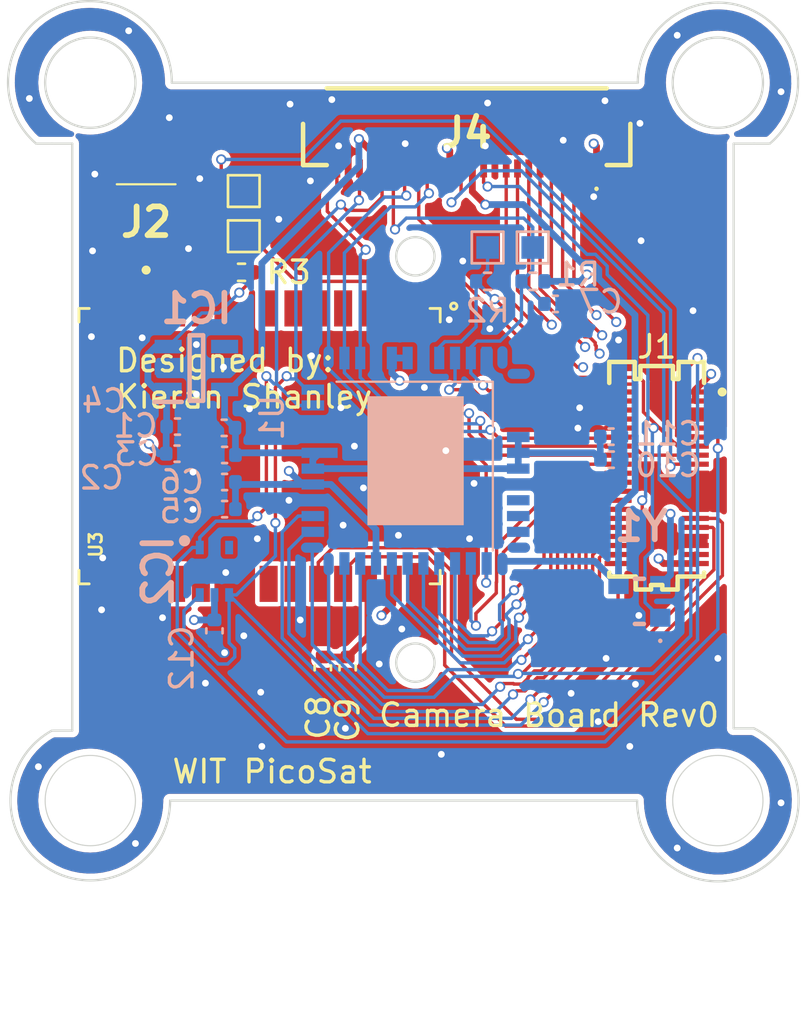
<source format=kicad_pcb>
(kicad_pcb (version 20221018) (generator pcbnew)
  (layers (0 "F.Cu" signal) (1 "In1.Cu" signal) (2 "In2.Cu" signal) (31 "B.Cu" signal) (34 "B.Paste" user) (35 "F.Paste" user) (36 "B.SilkS" user "B.Silkscreen") (37 "F.SilkS" user "F.Silkscreen") (38 "B.Mask" user) (39 "F.Mask" user) (44 "Edge.Cuts" user))
  (net 0 "")
  (net 1 "+3.3V")
  (net 2 "GND")
  (net 3 "+2V8")
  (net 4 "+1V8")
  (net 5 "RESET")
  (net 6 "STANDBY")
  (net 8 "TRIGGER")
  (net 9 "PXCLK")
  (net 10 "SCL")
  (net 11 "SDA")
  (net 12 "VSYNC")
  (net 13 "HSYNC")
  (net 14 "CAM2_SHUTDOWN")
  (net 15 "STROBE")
  (net 16 "GPS_RST")
  (net 17 "DOUT0")
  (net 18 "DOUT1")
  (net 20 "DOUT2")
  (net 21 "DOUT3")
  (net 22 "DOUT4")
  (net 23 "DOUT5")
  (net 24 "DOUT6")
  (net 26 "DOUT7")
  (net 27 "DOUT8")
  (net 28 "DOUT9")
  (net 29 "DOUT10")
  (net 30 "DOUT11")
  (net 31 "EXTCLK")
  (net 32 "UART2_RX")
  (net 33 "UART2_TX")
  (net 34 "Net-(U3-BOOT_SEL)")
  (net 36 "STQ-PPS")
  (net 38 "GPS_RF")
  (footprint "10051922-2410ELF:100519222410ELF" (layer "F.Cu") (at 47.675 84.95 180)
    (fp_text reference "J4")
    (fp_text value "10051922-2410ELF" hide)
  )
  (footprint "TestPoint:TestPoint_Pad_1.0x1.0mm" (layer "F.Cu") (at 37.8 89.8)
    (fp_text reference "TP1" hide)
    (fp_text value "GPS RST")
  )
  (footprint "Capacitor_SMD:C_0402_1005Metric" (layer "F.Cu") (at 42.4 108.92 -90)
    (fp_text reference "C9")
    (fp_text value "1uF")
  )
  (footprint "Venus838FLPx:U-SkyTraq-ORION-B16" (layer "F.Cu") (at 38.5 99.1 90)
    (fp_text reference "U3")
    (fp_text value "ORION-B16")
  )
  (footprint "Capacitor_SMD:C_0402_1005Metric" (layer "F.Cu") (at 41.3 108.92 -90)
    (fp_text reference "C8")
    (fp_text value "100nF")
  )
  (footprint "Resistor_SMD:R_0402_1005Metric" (layer "F.Cu") (at 37.7 91.4 180)
    (fp_text reference "R3")
    (fp_text value "10k")
  )
  (footprint "2337019-1:23370191" (layer "F.Cu") (at 33.475 88.8)
    (fp_text reference "J2")
    (fp_text value "2337019-1" hide)
  )
  (footprint "ST4-20-1.50-L-D-P-TR:SAMTEC_ST4-20-1.50-L-D-P-TR" (layer "F.Cu") (at 56.09 100.5 -90)
    (fp_text reference "J1")
    (fp_text value "ST4-20-1.50-L-D-P-TR")
  )
  (footprint "TestPoint:TestPoint_Pad_1.0x1.0mm" (layer "F.Cu") (at 37.8 87.8 -90)
    (fp_text reference "TP2" hide)
    (fp_text value "Boot_Sel")
  )
  (footprint "TestPoint:TestPoint_Pad_1.0x1.0mm" (layer "B.Cu") (at 48.6 90.3 -90)
    (fp_text reference "TP3" hide)
    (fp_text value "Standby")
  )
  (footprint "Resistor_SMD:R_0402_1005Metric" (layer "B.Cu") (at 50.61 91.8 180)
    (fp_text reference "R1")
    (fp_text value "100k")
  )
  (footprint "MT9P006I12STCU:LCC70P1000X1000X125-48N" (layer "B.Cu") (at 45.45 99.49 -90)
    (fp_text reference "U1")
    (fp_text value "MT9P006I12STCU")
  )
  (footprint "Capacitor_SMD:C_0402_1005Metric" (layer "B.Cu") (at 36.95 99.49)
    (fp_text reference "C3")
    (fp_text value "10uF")
  )
  (footprint "TMP117MAIDRVR:SON65P200X200X80-7N" (layer "B.Cu") (at 36.5 104.64 -90)
    (fp_text reference "IC2")
    (fp_text value "TMP117MAIDRVR" hide)
  )
  (footprint "Capacitor_SMD:C_0402_1005Metric" (layer "B.Cu") (at 54.07 98.68)
    (fp_text reference "C11")
    (fp_text value "10uF")
  )
  (footprint "Capacitor_SMD:C_0402_1005Metric" (layer "B.Cu") (at 34.86234 98.23351)
    (fp_text reference "C1")
    (fp_text value "0.1uF")
  )
  (footprint "ECS-2520MV-480-CM-TR:ECS2520MV480CMTR" (layer "B.Cu") (at 55.325 105.975 180)
    (fp_text reference "Y1")
    (fp_text value "ECS-2520MV-480-CM-TR" hide)
  )
  (footprint "Capacitor_SMD:C_0402_1005Metric" (layer "B.Cu") (at 54.08 99.7)
    (fp_text reference "C10")
    (fp_text value "0.1uF")
  )
  (footprint "Capacitor_SMD:C_0402_1005Metric" (layer "B.Cu") (at 36.95 101.89)
    (fp_text reference "C5")
    (fp_text value "0.1uF")
  )
  (footprint "TestPoint:TestPoint_Pad_1.0x1.0mm" (layer "B.Cu") (at 50.6 90.3 -90)
    (fp_text reference "TP4" hide)
    (fp_text value "RESET")
  )
  (footprint "Capacitor_SMD:C_0402_1005Metric" (layer "B.Cu") (at 51.6 92.8 180)
    (fp_text reference "C7")
    (fp_text value "0.1uF")
  )
  (footprint "TPS7A0228PDBVR:SOT95P280X145-5N" (layer "B.Cu") (at 35.7 95.64)
    (fp_text reference "IC1")
    (fp_text value "TPS7A0228PDBVR" hide)
  )
  (footprint "Resistor_SMD:R_0402_1005Metric" (layer "B.Cu") (at 48.6 91.8)
    (fp_text reference "R2")
    (fp_text value "100k")
  )
  (footprint "Capacitor_SMD:C_0402_1005Metric" (layer "B.Cu") (at 36.93 98.29)
    (fp_text reference "C4")
    (fp_text value "0.1uF")
  )
  (footprint "Capacitor_SMD:C_0402_1005Metric" (layer "B.Cu") (at 34.84234 99.43351)
    (fp_text reference "C2")
    (fp_text value "10uF")
  )
  (footprint "Capacitor_SMD:C_0402_1005Metric" (layer "B.Cu") (at 36.5 107.28 -90)
    (fp_text reference "C12")
    (fp_text value "0.1uF")
  )
  (footprint "Capacitor_SMD:C_0402_1005Metric" (layer "B.Cu") (at 36.95 100.69)
    (fp_text reference "C6")
    (fp_text value "10uF")
  )
  (gr_circle (center 45.4 90.69) (end 45.4 89.84) (stroke (width 0.1)) (fill none) (layer "Edge.Cuts"))
  (gr_arc (start 28.6 85.7) (mid 27.589978 81.703513) (end 31 79.387522) (stroke (width 0.1)) (layer "Edge.Cuts"))
  (gr_arc (start 31 79.387522) (mid 33.554408 80.445592) (end 34.612478 83) (stroke (width 0.1)) (layer "Edge.Cuts"))
  (gr_arc (start 58.8 79.453171) (mid 62.137038 81.771346) (end 61.1 85.7) (stroke (width 0.1)) (layer "Edge.Cuts"))
  (gr_arc (start 34.535533 114.8) (mid 29.198669 117.842236) (end 29.3 111.700001) (stroke (width 0.1)) (layer "Edge.Cuts"))
  (gr_line (start 30.2 111.7) (end 29.3 111.700001) (stroke (width 0.1)) (layer "Edge.Cuts"))
  (gr_arc (start 55.253171 83) (mid 56.292013 80.492013) (end 58.8 79.453171) (stroke (width 0.1)) (layer "Edge.Cuts"))
  (gr_line (start 60.4 111.600001) (end 59.5 111.6) (stroke (width 0.1)) (layer "Edge.Cuts"))
  (gr_line (start 59.5 85.7) (end 59.5 111.6) (stroke (width 0.1)) (layer "Edge.Cuts"))
  (gr_circle (center 31 83) (end 33 83) (stroke (width 0.1)) (fill none) (layer "Edge.Cuts"))
  (gr_line (start 55.222292 114.8) (end 34.535533 114.8) (stroke (width 0.1)) (layer "Edge.Cuts"))
  (gr_circle (center 58.8 83) (end 60.8 83) (stroke (width 0.1)) (fill none) (layer "Edge.Cuts"))
  (gr_line (start 61.1 85.7) (end 60.4 85.7) (stroke (width 0.1)) (layer "Edge.Cuts"))
  (gr_line (start 30.2 85.7) (end 30.2 111.7) (stroke (width 0.1)) (layer "Edge.Cuts"))
  (gr_line (start 30.2 85.7) (end 29.3 85.7) (stroke (width 0.1)) (layer "Edge.Cuts"))
  (gr_circle (center 45.4 108.69) (end 45.4 107.84) (stroke (width 0.1)) (fill none) (layer "Edge.Cuts"))
  (gr_arc (start 60.4 111.600001) (mid 60.680912 117.84338) (end 55.222292 114.8) (stroke (width 0.1)) (layer "Edge.Cuts"))
  (gr_circle (center 58.8 114.8) (end 60.8 114.8) (stroke (width 0.05)) (fill none) (layer "Edge.Cuts"))
  (gr_circle (center 31 114.8) (end 33 114.8) (stroke (width 0.05)) (fill none) (layer "Edge.Cuts"))
  (gr_line (start 29.3 85.7) (end 28.6 85.7) (stroke (width 0.1)) (layer "Edge.Cuts"))
  (gr_line (start 55.253171 83) (end 34.612478 83) (stroke (width 0.1)) (layer "Edge.Cuts"))
  (gr_line (start 60.4 85.7) (end 59.5 85.7) (stroke (width 0.1)) (layer "Edge.Cuts"))
  (gr_text "Camera Board Rev0" (at 43.7 111.6) (layer "F.SilkS") (effects (font (size 1 1)) (justify left bottom)))
  (gr_text "WIT PicoSat" (at 34.55 114.1) (layer "F.SilkS") (effects (font (size 1 1)) (justify left bottom)))
  (gr_text "Designed by:\nKieran Shanley" (at 32.05 97.5) (layer "F.SilkS") (effects (font (size 1 1)) (justify left bottom)))
  (segment (start 38.21 91.4) (end 38.21 91.69) (width 0.15) (layer "F.Cu") (net 1))
  (segment (start 57.8 104.3) (end 57.8 103.915) (width 0.3) (layer "F.Cu") (net 1))
  (segment (start 44.4 105.2) (end 43.3 105.2) (width 0.3) (layer "F.Cu") (net 1))
  (segment (start 38.21 91.69) (end 37.6 92.3) (width 0.15) (layer "F.Cu") (net 1))
  (segment (start 42.4 108.44) (end 43.3 107.54) (width 0.3) (layer "F.Cu") (net 1))
  (segment (start 43.3 107.54) (end 43.3 105.2) (width 0.3) (layer "F.Cu") (net 1))
  (segment (start 41.3 108.44) (end 42.4 108.44) (width 0.3) (layer "F.Cu") (net 1))
  (segment (start 57.8 104.3) (end 56.396506 104.3) (width 0.3) (layer "F.Cu") (net 1))
  (segment (start 56.396506 104.3) (end 56.1755 104.078994) (width 0.3) (layer "F.Cu") (net 1))
  (segment (start 44.4 105.2) (end 44.4 106.1) (width 0.3) (layer "F.Cu") (net 1))
  (segment (start 44.4 106.1) (end 43.9 106.6) (width 0.3) (layer "F.Cu") (net 1))
  (via (at 56.1755 104.078994) (size 0.45) (drill 0.3) (layers "F.Cu" "B.Cu") (net 1))
  (via (at 37.6 92.3) (size 0.45) (drill 0.3) (layers "F.Cu" "B.Cu") (net 1))
  (via (at 43.9 106.6) (size 0.45) (drill 0.3) (layers "F.Cu" "B.Cu") (net 1))
  (via (at 33.6 99) (size 0.45) (drill 0.3) (layers "F.Cu" "B.Cu") (net 1))
  (segment (start 33.55 96.24) (end 33.55 95.04) (width 0.3) (layer "B.Cu") (net 1))
  (segment (start 34.36234 99.43351) (end 34.36234 98.25351) (width 0.3) (layer "B.Cu") (net 1))
  (segment (start 34.38234 96.65766) (end 34.45 96.59) (width 0.3) (layer "B.Cu") (net 1))
  (segment (start 34.36234 98.25351) (end 34.38234 98.23351) (width 0.3) (layer "B.Cu") (net 1))
  (segment (start 34.38234 98.23351) (end 34.38234 96.65766) (width 0.3) (layer "B.Cu") (net 1))
  (segment (start 33.55 95.04) (end 33.9 94.69) (width 0.3) (layer "B.Cu") (net 1))
  (segment (start 34.36234 99.43351) (end 34.03351 99.43351) (width 0.3) (layer "B.Cu") (net 1))
  (segment (start 35.94 93.2) (end 34.45 94.69) (width 0.15) (layer "B.Cu") (net 1))
  (segment (start 36.7 93.2) (end 35.94 93.2) (width 0.15) (layer "B.Cu") (net 1))
  (segment (start 33.9 94.69) (end 34.45 94.69) (width 0.3) (layer "B.Cu") (net 1))
  (segment (start 34.03351 99.43351) (end 33.6 99) (width 0.3) (layer "B.Cu") (net 1))
  (segment (start 37.6 92.3) (end 36.7 93.2) (width 0.15) (layer "B.Cu") (net 1))
  (segment (start 33.9 96.59) (end 33.55 96.24) (width 0.3) (layer "B.Cu") (net 1))
  (segment (start 34.45 96.59) (end 33.9 96.59) (width 0.3) (layer "B.Cu") (net 1))
  (segment (start 52.777853 97.5) (end 52.678853 97.401) (width 0.15) (layer "F.Cu") (net 2))
  (segment (start 54.38 98.3) (end 52.6 98.3) (width 0.15) (layer "F.Cu") (net 2))
  (segment (start 54.38 97.5) (end 52.777853 97.5) (width 0.15) (layer "F.Cu") (net 2))
  (via (at 61.6 114.9) (size 0.45) (drill 0.3) (layers "F.Cu" "B.Cu") (net 2))
  (via (at 53.85 108.5) (size 0.45) (drill 0.3) (layers "F.Cu" "B.Cu") (net 2))
  (via (at 48.5 85.8) (size 0.45) (drill 0.3) (layers "F.Cu" "B.Cu") (net 2))
  (via (at 38.05 97.45) (size 0.45) (drill 0.3) (layers "F.Cu" "B.Cu") (net 2))
  (via (at 42.2 102.6) (size 0.45) (drill 0.3) (layers "F.Cu" "B.Cu") (net 2))
  (via (at 47.5 90.9) (size 0.45) (drill 0.3) (layers "F.Cu" "B.Cu") (net 2))
  (via (at 36.9 95.6) (size 0.45) (drill 0.3) (layers "F.Cu" "B.Cu") (net 2))
  (via (at 40.75 87.35) (size 0.45) (drill 0.3) (layers "F.Cu" "B.Cu") (net 2))
  (via (at 35.7 96.8) (size 0.45) (drill 0.3) (layers "F.Cu" "B.Cu") (net 2))
  (via (at 36.95 108.25) (size 0.45) (drill 0.3) (layers "F.Cu" "B.Cu") (net 2))
  (via (at 46.75 99.3) (size 0.45) (drill 0.3) (layers "F.Cu" "B.Cu") (net 2))
  (via (at 37 104.7) (size 0.45) (drill 0.3) (layers "F.Cu" "B.Cu") (net 2))
  (via (at 46.55 112.75) (size 0.45) (drill 0.3) (layers "F.Cu" "B.Cu") (net 2))
  (via (at 43.1 100.95) (size 0.45) (drill 0.3) (layers "F.Cu" "B.Cu") (net 2))
  (via (at 38.6 112.4) (size 0.45) (drill 0.3) (layers "F.Cu" "B.Cu") (net 2))
  (via (at 35.35 90.35) (size 0.45) (drill 0.3) (layers "F.Cu" "B.Cu") (net 2))
  (via (at 53.8 83.8) (size 0.45) (drill 0.3) (layers "F.Cu" "B.Cu") (net 2))
  (via (at 48.7 93.9) (size 0.45) (drill 0.3) (layers "F.Cu" "B.Cu") (net 2))
  (via (at 38.55 110) (size 0.45) (drill 0.3) (layers "F.Cu" "B.Cu") (net 2))
  (via (at 42.3 111.6) (size 0.45) (drill 0.3) (layers "F.Cu" "B.Cu") (net 2))
  (via (at 43.8 108.75) (size 0.45) (drill 0.3) (layers "F.Cu" "B.Cu") (net 2))
  (via (at 32.7 80.7) (size 0.45) (drill 0.3) (layers "F.Cu" "B.Cu") (net 2))
  (via (at 40.3 106.8) (size 0.45) (drill 0.3) (layers "F.Cu" "B.Cu") (net 2))
  (via (at 33.3 94.3) (size 0.45) (drill 0.3) (layers "F.Cu" "B.Cu") (net 2))
  (via (at 55.4 90) (size 0.45) (drill 0.3) (layers "F.Cu" "B.Cu") (net 2))
  (via (at 39.8 101.5) (size 0.45) (drill 0.3) (layers "F.Cu" "B.Cu") (net 2))
  (via (at 42.1 97.4) (size 0.45) (drill 0.3) (layers "F.Cu" "B.Cu") (net 2))
  (via (at 42 85.8) (size 0.45) (drill 0.3) (layers "F.Cu" "B.Cu") (net 2))
  (via (at 28.7 113.3) (size 0.45) (drill 0.3) (layers "F.Cu" "B.Cu") (net 2))
  (via (at 39.35 89.05) (size 0.45) (drill 0.3) (layers "F.Cu" "B.Cu") (net 2))
  (via (at 35.55 100.25) (size 0.45) (drill 0.3) (layers "F.Cu" "B.Cu") (net 2))
  (via (at 35.85 87.25) (size 0.45) (drill 0.3) (layers "F.Cu" "B.Cu") (net 2))
  (via (at 36.1 109.6) (size 0.45) (drill 0.3) (layers "F.Cu" "B.Cu") (net 2))
  (via (at 35.7 94.6) (size 0.45) (drill 0.3) (layers "F.Cu" "B.Cu") (net 2))
  (via (at 31.55 104.05) (size 0.45) (drill 0.3) (layers "F.Cu" "B.Cu") (net 2))
  (via (at 41.7 83.75) (size 0.45) (drill 0.3) (layers "F.Cu" "B.Cu") (net 2))
  (via (at 44.65 103.05) (size 0.45) (drill 0.3) (layers "F.Cu" "B.Cu") (net 2))
  (via (at 53.5 111.3) (size 0.45) (drill 0.3) (layers "F.Cu" "B.Cu") (net 2))
  (via (at 55.35 84.8) (size 0.45) (drill 0.3) (layers "F.Cu" "B.Cu") (net 2))
  (via (at 61.6 83.4) (size 0.45) (drill 0.3) (layers "F.Cu" "B.Cu") (net 2))
  (via (at 46.9 93.5) (size 0.45) (drill 0.3) (layers "F.Cu" "B.Cu") (net 2))
  (via (at 47.8 103.2) (size 0.45) (drill 0.3) (layers "F.Cu" "B.Cu") (net 2))
  (via (at 57.7 93.1) (size 0.45) (drill 0.3) (layers "F.Cu" "B.Cu") (net 2))
  (via (at 45.8 96.5) (size 0.45) (drill 0.3) (layers "F.Cu" "B.Cu") (net 2))
  (via (at 31.1 90.45) (size 0.45) (drill 0.3) (layers "F.Cu" "B.Cu") (net 2))
  (via (at 33 116.7) (size 0.45) (drill 0.3) (layers "F.Cu" "B.Cu") (net 2))
  (via (at 35.55 101.9) (size 0.45) (drill 0.3) (layers "F.Cu" "B.Cu") (net 2))
  (via (at 53.3 88.05) (size 0.45) (drill 0.3) (layers "F.Cu" "B.Cu") (net 2))
  (via (at 44.8 107.2) (size 0.45) (drill 0.3) (layers "F.Cu" "B.Cu") (net 2))
  (via (at 48.6 83.9) (size 0.45) (drill 0.3) (layers "F.Cu" "B.Cu") (net 2))
  (via (at 57 116.9) (size 0.45) (drill 0.3) (layers "F.Cu" "B.Cu") (net 2))
  (via (at 57 80.9) (size 0.45) (drill 0.3) (layers "F.Cu" "B.Cu") (net 2))
  (via (at 39.85 83.95) (size 0.45) (drill 0.3) (layers "F.Cu" "B.Cu") (net 2))
  (via (at 34.5 84.55) (size 0.45) (drill 0.3) (layers "F.Cu" "B.Cu") (net 2))
  (via (at 54.4 94.4) (size 0.45) (drill 0.3) (layers "F.Cu" "B.Cu") (net 2))
  (via (at 52.678853 97.401) (size 0.45) (drill 0.3) (layers "F.Cu" "B.Cu") (net 2))
  (via (at 48 100.75) (size 0.45) (drill 0.3) (layers "F.Cu" "B.Cu") (net 2))
  (via (at 55.15 109.65) (size 0.45) (drill 0.3) (layers "F.Cu" "B.Cu") (net 2))
  (via (at 54.9 112.4) (size 0.45) (drill 0.3) (layers "F.Cu" "B.Cu") (net 2))
  (via (at 55.3 106.6) (size 0.45) (drill 0.3) (layers "F.Cu" "B.Cu") (net 2))
  (via (at 51.95 85.55) (size 0.45) (drill 0.3) (layers "F.Cu" "B.Cu") (net 2))
  (via (at 31.5 106.35) (size 0.45) (drill 0.3) (layers "F.Cu" "B.Cu") (net 2))
  (via (at 38.4 103.2) (size 0.45) (drill 0.3) (layers "F.Cu" "B.Cu") (net 2))
  (via (at 52.6 98.3) (size 0.45) (drill 0.3) (layers "F.Cu" "B.Cu") (net 2))
  (via (at 37.8 107.5) (size 0.45) (drill 0.3) (layers "F.Cu" "B.Cu") (net 2))
  (via (at 58.8 108.5) (size 0.45) (drill 0.3) (layers "F.Cu" "B.Cu") (net 2))
  (via (at 34.2 106.7) (size 0.45) (drill 0.3) (layers "F.Cu" "B.Cu") (net 2))
  (via (at 31.2 87.05) (size 0.45) (drill 0.3) (layers "F.Cu" "B.Cu") (net 2))
  (via (at 40.8 95.1) (size 0.45) (drill 0.3) (layers "F.Cu" "B.Cu") (net 2))
  (via (at 28.3 83.7) (size 0.45) (drill 0.3) (layers "F.Cu" "B.Cu") (net 2))
  (via (at 42.7 99.1) (size 0.45) (drill 0.3) (layers "F.Cu" "B.Cu") (net 2))
  (via (at 31.05 94.25) (size 0.45) (drill 0.3) (layers "F.Cu" "B.Cu") (net 2))
  (via (at 52.3 110.05) (size 0.45) (drill 0.3) (layers "F.Cu" "B.Cu") (net 2))
  (via (at 44.95 85.7) (size 0.45) (drill 0.3) (layers "F.Cu" "B.Cu") (net 2))
  (segment (start 36.5 107.76) (end 36.5 107.8) (width 0.15) (layer "B.Cu") (net 2))
  (segment (start 36.95 108.25) (end 36.95 108.21) (width 0.3) (layer "B.Cu") (net 2))
  (segment (start 36.95 108.21) (end 36.5 107.76) (width 0.3) (layer "B.Cu") (net 2))
  (segment (start 43.425 86.025) (end 42.9 85.5) (width 0.3) (layer "F.Cu") (net 3))
  (segment (start 43.425 86.8) (end 43.425 86.025) (width 0.3) (layer "F.Cu") (net 3))
  (via (at 42.9 85.5) (size 0.45) (drill 0.3) (layers "F.Cu" "B.Cu") (net 3))
  (segment (start 37.43 98.31) (end 37.41 98.29) (width 0.3) (layer "B.Cu") (net 3))
  (segment (start 49.95766 100.096491) (end 49.95766 99.396491) (width 0.3) (layer "B.Cu") (net 3))
  (segment (start 37.523509 99.396491) (end 37.43 99.49) (width 0.3) (layer "B.Cu") (net 3))
  (segment (start 53.296491 99.396491) (end 49.95766 99.396491) (width 0.3) (layer "B.Cu") (net 3))
  (segment (start 37.21 96.59) (end 38.6 95.2) (width 0.3) (layer "B.Cu") (net 3))
  (segment (start 37.43 99.49) (end 37.43 98.31) (width 0.3) (layer "B.Cu") (net 3))
  (segment (start 36.95 97.83) (end 37.41 98.29) (width 0.3) (layer "B.Cu") (net 3))
  (segment (start 40.85766 99.696491) (end 41.15766 99.396491) (width 0.3) (layer "B.Cu") (net 3))
  (segment (start 41.15766 99.396491) (end 37.523509 99.396491) (width 0.3) (layer "B.Cu") (net 3))
  (segment (start 38.6 95.2) (end 38.6 91) (width 0.3) (layer "B.Cu") (net 3))
  (segment (start 36.95 96.59) (end 36.95 97.83) (width 0.3) (layer "B.Cu") (net 3))
  (segment (start 53.6 99.7) (end 53.296491 99.396491) (width 0.3) (layer "B.Cu") (net 3))
  (segment (start 40.85766 100.096491) (end 40.85766 99.696491) (width 0.3) (layer "B.Cu") (net 3))
  (segment (start 49.95766 98.696491) (end 49.95766 99.396491) (width 0.3) (layer "B.Cu") (net 3))
  (segment (start 42.9 86.7) (end 42.9 85.5) (width 0.3) (layer "B.Cu") (net 3))
  (segment (start 53.59 98.68) (end 53.59 99.69) (width 0.3) (layer "B.Cu") (net 3))
  (segment (start 38.6 91) (end 42.9 86.7) (width 0.3) (layer "B.Cu") (net 3))
  (segment (start 53.59 99.69) (end 53.6 99.7) (width 0.3) (layer "B.Cu") (net 3))
  (segment (start 40.85766 100.096491) (end 49.95766 100.096491) (width 0.3) (layer "B.Cu") (net 3))
  (segment (start 36.95 96.59) (end 37.21 96.59) (width 0.3) (layer "B.Cu") (net 3))
  (segment (start 46.925 86.8) (end 46.925 86.025) (width 0.3) (layer "F.Cu") (net 4))
  (segment (start 57.8 96.7) (end 57.8 97.085) (width 0.3) (layer "F.Cu") (net 4))
  (segment (start 53.425 85.825) (end 53.3 85.7) (width 0.3) (layer "F.Cu") (net 4))
  (segment (start 57.8 96.6) (end 58.5 95.9) (width 0.3) (layer "F.Cu") (net 4))
  (segment (start 57.8 96.7) (end 57.8 96.6) (width 0.3) (layer "F.Cu") (net 4))
  (segment (start 53.425 86.8) (end 53.425 85.825) (width 0.3) (layer "F.Cu") (net 4))
  (segment (start 46.925 86.025) (end 46.8 85.9) (width 0.3) (layer "F.Cu") (net 4))
  (via (at 53 91.5) (size 0.45) (drill 0.3) (layers "F.Cu" "B.Cu") (net 4))
  (via (at 44.7 96.2) (size 0.45) (drill 0.3) (layers "F.Cu" "B.Cu") (net 4))
  (via (at 39.8 100.2) (size 0.45) (drill 0.3) (layers "F.Cu" "B.Cu") (net 4))
  (via (at 35.6 106.8) (size 0.45) (drill 0.3) (layers "F.Cu" "B.Cu") (net 4))
  (via (at 56.7 102.1) (size 0.45) (drill 0.3) (layers "F.Cu" "B.Cu") (net 4))
  (via (at 53.3 85.7) (size 0.45) (drill 0.3) (layers "F.Cu" "B.Cu") (net 4))
  (via (at 58.5 95.9) (size 0.45) (drill 0.3) (layers "F.Cu" "B.Cu") (net 4))
  (via (at 46.8 85.9) (size 0.45) (drill 0.3) (layers "F.Cu" "B.Cu") (net 4))
  (segment (start 36.5 105.69) (end 36.5 106.8) (width 0.3) (layer "B.Cu") (net 4))
  (segment (start 37.53649 100.79649) (end 37.43 100.69) (width 0.3) (layer "B.Cu") (net 4))
  (segment (start 44.35766 95.19649) (end 44.35766 95.85766) (width 0.3) (layer "B.Cu") (net 4))
  (segment (start 40.39649 100.79649) (end 39.8 100.2) (width 0.3) (layer "B.Cu") (net 4))
  (segment (start 40.85766 100.79649) (end 40.39649 100.79649) (width 0.3) (layer "B.Cu") (net 4))
  (segment (start 56.7 104.8) (end 56.7 102.1) (width 0.3) (layer "B.Cu") (net 4))
  (segment (start 44.35766 95.85766) (end 44.7 96.2) (width 0.3) (layer "B.Cu") (net 4))
  (segment (start 51.12 91.8) (end 52.7 91.8) (width 0.3) (layer "B.Cu") (net 4))
  (segment (start 52.7 91.8) (end 53 91.5) (width 0.3) (layer "B.Cu") (net 4))
  (segment (start 36.5 106.8) (end 35.6 106.8) (width 0.3) (layer "B.Cu") (net 4))
  (segment (start 56.25 105.25) (end 56.7 104.8) (width 0.3) (layer "B.Cu") (net 4))
  (segment (start 43.65766 104.29649) (end 43.65766 102.79649) (width 0.3) (layer "B.Cu") (net 4))
  (segment (start 43.65766 102.79649) (end 41.65766 100.79649) (width 0.3) (layer "B.Cu") (net 4))
  (segment (start 40.85766 100.79649) (end 37.53649 100.79649) (width 0.3) (layer "B.Cu") (net 4))
  (segment (start 44.35766 95.19649) (end 45.057659 95.19649) (width 0.3) (layer "B.Cu") (net 4))
  (segment (start 41.65766 100.79649) (end 40.85766 100.79649) (width 0.3) (layer "B.Cu") (net 4))
  (segment (start 37.43 101.89) (end 37.43 100.69) (width 0.3) (layer "B.Cu") (net 4))
  (segment (start 54.331999 96.651999) (end 48.651999 96.651999) (width 0.15) (layer "F.Cu") (net 5))
  (segment (start 48.651999 96.651999) (end 48.4 96.4) (width 0.15) (layer "F.Cu") (net 5))
  (segment (start 44.5 89.5) (end 44.425 89.425) (width 0.15) (layer "F.Cu") (net 5))
  (segment (start 44.425 89.425) (end 44.425 86.8) (width 0.15) (layer "F.Cu") (net 5))
  (segment (start 54.38 96.7) (end 54.331999 96.651999) (width 0.15) (layer "F.Cu") (net 5))
  (via (at 44.5 89.5) (size 0.45) (drill 0.3) (layers "F.Cu" "B.Cu") (net 5))
  (via (at 48.4 96.4) (size 0.45) (drill 0.3) (layers "F.Cu" "B.Cu") (net 5))
  (segment (start 47.85766 95.85766) (end 47.85766 95.19649) (width 0.15) (layer "B.Cu") (net 5))
  (segment (start 50.2 89) (end 45 89) (width 0.15) (layer "B.Cu") (net 5))
  (segment (start 50.6 91.3) (end 50.6 90.3) (width 0.15) (layer "B.Cu") (net 5))
  (segment (start 51.1 92.8) (end 50.1 91.8) (width 0.15) (layer "B.Cu") (net 5))
  (segment (start 49.15351 94.44649) (end 50.1 93.5) (width 0.15) (layer "B.Cu") (net 5))
  (segment (start 50.1 91.8) (end 50.6 91.3) (width 0.15) (layer "B.Cu") (net 5))
  (segment (start 50.6 89.4) (end 50.2 89) (width 0.15) (layer "B.Cu") (net 5))
  (segment (start 47.85766 95.19649) (end 47.85766 94.72149) (width 0.15) (layer "B.Cu") (net 5))
  (segment (start 48.4 96.4) (end 47.85766 95.85766) (width 0.15) (layer "B.Cu") (net 5))
  (segment (start 48.13266 94.44649) (end 49.15351 94.44649) (width 0.15) (layer "B.Cu") (net 5))
  (segment (start 51.12 92.8) (end 51.1 92.8) (width 0.15) (layer "B.Cu") (net 5))
  (segment (start 45 89) (end 44.5 89.5) (width 0.15) (layer "B.Cu") (net 5))
  (segment (start 50.1 93.5) (end 50.1 91.8) (width 0.15) (layer "B.Cu") (net 5))
  (segment (start 47.85766 94.72149) (end 48.13266 94.44649) (width 0.15) (layer "B.Cu") (net 5))
  (segment (start 50.6 90.3) (end 50.6 89.4) (width 0.15) (layer "B.Cu") (net 5))
  (segment (start 57.011442 99.1) (end 55.504501 97.593059) (width 0.15) (layer "F.Cu") (net 6))
  (segment (start 56.850943 98.939501) (end 56.675499 98.764057) (width 0.15) (layer "F.Cu") (net 6))
  (segment (start 55.321555 96.052997) (end 52.387981 96.052997) (width 0.15) (layer "F.Cu") (net 6))
  (segment (start 52.387981 96.052997) (end 48.917492 92.582508) (width 0.15) (layer "F.Cu") (net 6))
  (segment (start 57.035 99.1) (end 56.874501 98.939501) (width 0.15) (layer "F.Cu") (net 6))
  (segment (start 55.504501 96.235943) (end 55.321555 96.052997) (width 0.15) (layer "F.Cu") (net 6))
  (segment (start 57.035 99.1) (end 57.011442 99.1) (width 0.15) (layer "F.Cu") (net 6))
  (segment (start 57.8 99.1) (end 57.035 99.1) (width 0.15) (layer "F.Cu") (net 6))
  (segment (start 56.874501 98.939501) (end 56.850943 98.939501) (width 0.15) (layer "F.Cu") (net 6))
  (segment (start 56.675499 98.764057) (end 56.675499 98.740499) (width 0.15) (layer "F.Cu") (net 6))
  (segment (start 55.504501 97.593059) (end 55.504501 96.235943) (width 0.15) (layer "F.Cu") (net 6))
  (segment (start 56.235 98.3) (end 55.954001 98.3) (width 0.15) (layer "F.Cu") (net 6))
  (segment (start 56.675499 98.740499) (end 56.235 98.3) (width 0.15) (layer "F.Cu") (net 6))
  (via (at 48.917492 92.582508) (size 0.45) (drill 0.3) (layers "F.Cu" "B.Cu") (net 6))
  (via (at 55.954001 98.3) (size 0.45) (drill 0.3) (layers "F.Cu" "B.Cu") (net 6))
  (segment (start 55.575 104.043805) (end 55.9 103.718805) (width 0.15) (layer "B.Cu") (net 6))
  (segment (start 56.25 106.7) (end 55.575 106.025) (width 0.15) (layer "B.Cu") (net 6))
  (segment (start 48.09 93.81) (end 48.09 91.8) (width 0.15) (layer "B.Cu") (net 6))
  (segment (start 55.575 106.025) (end 55.575 104.043805) (width 0.15) (layer "B.Cu") (net 6))
  (segment (start 46.45766 94.72149) (end 46.70766 94.47149) (width 0.15) (layer "B.Cu") (net 6))
  (segment (start 55.9 98.354001) (end 55.954001 98.3) (width 0.15) (layer "B.Cu") (net 6))
  (segment (start 48.09 91.8) (end 48.872508 92.582508) (width 0.15) (layer "B.Cu") (net 6))
  (segment (start 47.42851 94.47149) (end 48.09 93.81) (width 0.15) (layer "B.Cu") (net 6))
  (segment (start 55.9 103.718805) (end 55.9 98.354001) (width 0.15) (layer "B.Cu") (net 6))
  (segment (start 48.09 91.8) (end 48.6 91.29) (width 0.15) (layer "B.Cu") (net 6))
  (segment (start 48.6 91.29) (end 48.6 90.3) (width 0.15) (layer "B.Cu") (net 6))
  (segment (start 46.45766 95.19649) (end 46.45766 94.72149) (width 0.15) (layer "B.Cu") (net 6))
  (segment (start 46.70766 94.47149) (end 47.42851 94.47149) (width 0.15) (layer "B.Cu") (net 6))
  (segment (start 48.872508 92.582508) (end 48.917492 92.582508) (width 0.15) (layer "B.Cu") (net 6))
  (segment (start 54.38 97.1) (end 53.744734 97.1) (width 0.15) (layer "F.Cu") (net 8))
  (segment (start 52.492664 96.9515) (end 52.244164 97.2) (width 0.15) (layer "F.Cu") (net 8))
  (segment (start 47.959953 96.6) (end 46.9 96.6) (width 0.15) (layer "F.Cu") (net 8))
  (segment (start 53.744734 97.1) (end 53.596234 96.9515) (width 0.15) (layer "F.Cu") (net 8))
  (segment (start 53.596234 96.9515) (end 52.492664 96.9515) (width 0.15) (layer "F.Cu") (net 8))
  (segment (start 48.559953 97.2) (end 47.959953 96.6) (width 0.15) (layer "F.Cu") (net 8))
  (segment (start 52.244164 97.2) (end 48.559953 97.2) (width 0.15) (layer "F.Cu") (net 8))
  (via (at 46.9 96.6) (size 0.45) (drill 0.3) (layers "F.Cu" "B.Cu") (net 8))
  (segment (start 46.9 96.6) (end 47.15766 96.34234) (width 0.15) (layer "B.Cu") (net 8))
  (segment (start 47.15766 96.34234) (end 47.15766 95.19649) (width 0.15) (layer "B.Cu") (net 8))
  (segment (start 47.329936 98.729936) (end 48.536217 99.936217) (width 0.15) (layer "F.Cu") (net 9))
  (segment (start 49.925 92.202784) (end 51.443263 93.721047) (width 0.15) (layer "F.Cu") (net 9))
  (segment (start 53.5805 97.8505) (end 52.413811 97.8505) (width 0.15) (layer "F.Cu") (net 9))
  (segment (start 47.737949 97.0505) (end 47.329936 97.458513) (width 0.15) (layer "F.Cu") (net 9))
  (segment (start 48.885189 97.9495) (end 47.986189 97.0505) (width 0.15) (layer "F.Cu") (net 9))
  (segment (start 47.986189 97.0505) (end 47.737949 97.0505) (width 0.15) (layer "F.Cu") (net 9))
  (segment (start 52.314811 97.9495) (end 48.885189 97.9495) (width 0.15) (layer "F.Cu") (net 9))
  (segment (start 53.63 97.9) (end 53.5805 97.8505) (width 0.15) (layer "F.Cu") (net 9))
  (segment (start 47.329936 97.458513) (end 47.329936 98.729936) (width 0.15) (layer "F.Cu") (net 9))
  (segment (start 54.38 97.9) (end 53.63 97.9) (width 0.15) (layer "F.Cu") (net 9))
  (segment (start 49.925 86.8) (end 49.925 92.202784) (width 0.15) (layer "F.Cu") (net 9))
  (segment (start 52.413811 97.8505) (end 52.314811 97.9495) (width 0.15) (layer "F.Cu") (net 9))
  (segment (start 48.536217 99.936217) (end 48.536217 105.1505) (width 0.15) (layer "F.Cu") (net 9))
  (via (at 51.443263 93.721047) (size 0.45) (drill 0.3) (layers "F.Cu" "B.Cu") (net 9))
  (via (at 48.536217 105.1505) (size 0.45) (drill 0.3) (layers "F.Cu" "B.Cu") (net 9))
  (segment (start 48.55766 105.129057) (end 48.536217 105.1505) (width 0.15) (layer "B.Cu") (net 9))
  (segment (start 48.55766 104.29649) (end 48.55766 105.129057) (width 0.15) (layer "B.Cu") (net 9))
  (segment (start 58.565 98.3) (end 58.8 98.535) (width 0.15) (layer "F.Cu") (net 10))
  (segment (start 38.8 101.8) (end 38.4 102.2) (width 0.15) (layer "F.Cu") (net 10))
  (segment (start 42.355595 88.655595) (end 43.341492 88.655595) (width 0.15) (layer "F.Cu") (net 10))
  (segment (start 58.8 98.535) (end 58.8 99.2) (width 0.15) (layer "F.Cu") (net 10))
  (segment (start 38.8 96) (end 38.8 101.8) (width 0.15) (layer "F.Cu") (net 10))
  (segment (start 42.1 88.4) (end 42.355595 88.655595) (width 0.15) (layer "F.Cu") (net 10))
  (segment (start 43.341492 88.655595) (end 43.925 88.072087) (width 0.15) (layer "F.Cu") (net 10))
  (segment (start 43.925 88.072087) (end 43.925 86.8) (width 0.15) (layer "F.Cu") (net 10))
  (segment (start 57.8 98.3) (end 58.565 98.3) (width 0.15) (layer "F.Cu") (net 10))
  (via (at 58.8 99.2) (size 0.45) (drill 0.3) (layers "F.Cu" "B.Cu") (net 10))
  (via (at 38.4 102.2) (size 0.45) (drill 0.3) (layers "F.Cu" "B.Cu") (net 10))
  (via (at 38.8 96) (size 0.45) (drill 0.3) (layers "F.Cu" "B.Cu") (net 10))
  (via (at 42.1 88.4) (size 0.45) (drill 0.3) (layers "F.Cu" "B.Cu") (net 10))
  (segment (start 35.525 103.59) (end 34.850999 104.264001) (width 0.15) (layer "B.Cu") (net 10))
  (segment (start 58.8 107.2) (end 58.8 99.2) (width 0.15) (layer "B.Cu") (net 10))
  (segment (start 39.2505 96.33933) (end 39.2505 91.2495) (width 0.15) (layer "B.Cu") (net 10))
  (segment (start 40.85766 97.29649) (end 40.20766 97.29649) (width 0.15) (layer "B.Cu") (net 10))
  (segment (start 34.850999 104.264001) (end 34.850999 107.360745) (width 0.15) (layer "B.Cu") (net 10))
  (segment (start 38.175 102.425) (end 38.4 102.2) (width 0.15) (layer "B.Cu") (net 10))
  (segment (start 40.20766 97.29649) (end 39.2505 96.33933) (width 0.15) (layer "B.Cu") (net 10))
  (segment (start 35.85 103.14) (end 36.565 102.425) (width 0.15) (layer "B.Cu") (net 10))
  (segment (start 36.565 102.425) (end 38.175 102.425) (width 0.15) (layer "B.Cu") (net 10))
  (segment (start 39.2505 91.2495) (end 42.1 88.4) (width 0.15) (layer "B.Cu") (net 10))
  (segment (start 39.690254 112.2) (end 53.8 112.2) (width 0.15) (layer "B.Cu") (net 10))
  (segment (start 35.85 103.59) (end 35.525 103.59) (width 0.15) (layer "B.Cu") (net 10))
  (segment (start 39.2505 96.33933) (end 39.13933 96.33933) (width 0.15) (layer "B.Cu") (net 10))
  (segment (start 53.8 112.2) (end 58.8 107.2) (width 0.15) (layer "B.Cu") (net 10))
  (segment (start 34.850999 107.360745) (end 39.690254 112.2) (width 0.15) (layer "B.Cu") (net 10))
  (segment (start 35.85 103.59) (end 35.85 103.14) (width 0.15) (layer "B.Cu") (net 10))
  (segment (start 39.13933 96.33933) (end 38.8 96) (width 0.15) (layer "B.Cu") (net 10))
  (segment (start 57.74 98.64) (end 57.8 98.7) (width 0.15) (layer "F.Cu") (net 11))
  (segment (start 39.2 96.5) (end 39.7 96) (width 0.15) (layer "F.Cu") (net 11))
  (segment (start 39.2 102.5) (end 39.2 96.5) (width 0.15) (layer "F.Cu") (net 11))
  (segment (start 42.925 88.181095) (end 42.9 88.206095) (width 0.15) (layer "F.Cu") (net 11))
  (segment (start 56.975 96.125) (end 56.975 98.64) (width 0.15) (layer "F.Cu") (net 11))
  (segment (start 56.975 98.64) (end 57.74 98.64) (width 0.15) (layer "F.Cu") (net 11))
  (segment (start 57.9 95.2) (end 56.975 96.125) (width 0.15) (layer "F.Cu") (net 11))
  (segment (start 42.925 86.8) (end 42.925 88.181095) (width 0.15) (layer "F.Cu") (net 11))
  (via (at 57.9 95.2) (size 0.45) (drill 0.3) (layers "F.Cu" "B.Cu") (net 11))
  (via (at 39.7 96) (size 0.45) (drill 0.3) (layers "F.Cu" "B.Cu") (net 11))
  (via (at 39.2 102.5) (size 0.45) (drill 0.3) (layers "F.Cu" "B.Cu") (net 11))
  (via (at 42.9 88.206095) (size 0.45) (drill 0.3) (layers "F.Cu" "B.Cu") (net 11))
  (segment (start 36.663312 108.7495) (end 37.086189 108.7495) (width 0.15) (layer "B.Cu") (net 11))
  (segment (start 37.15 107.814311) (end 37.15 105.69) (width 0.15) (layer "B.Cu") (net 11))
  (segment (start 40.10766 96.12149) (end 39.82149 96.12149) (width 0.15) (layer "B.Cu") (net 11))
  (segment (start 40.10766 96.12149) (end 40.10766 91.04284) (width 0.15) (layer "B.Cu") (net 11))
  (segment (start 39.2 103.965) (end 39.2 102.5) (width 0.15) (layer "B.Cu") (net 11))
  (segment (start 37.475 105.69) (end 39.2 103.965) (width 0.15) (layer "B.Cu") (net 11))
  (segment (start 35.1505 106.3895) (end 35.1505 107.236688) (width 0.15) (layer "B.Cu") (net 11))
  (segment (start 37.3995 108.063811) (end 37.15 107.814311) (width 0.15) (layer "B.Cu") (net 11))
  (segment (start 37.15 105.69) (end 37.475 105.69) (width 0.15) (layer "B.Cu") (net 11))
  (segment (start 35.1505 107.236688) (end 36.663312 108.7495) (width 0.15) (layer "B.Cu") (net 11))
  (segment (start 35.85 105.69) (end 35.1505 106.3895) (width 0.15) (layer "B.Cu") (net 11))
  (segment (start 53.739956 111.836486) (end 57.9 107.676442) (width 0.15) (layer "B.Cu") (net 11))
  (segment (start 40.85766 96.59649) (end 40.58266 96.59649) (width 0.15) (layer "B.Cu") (net 11))
  (segment (start 43.296486 111.836486) (end 53.739956 111.836486) (width 0.15) (layer "B.Cu") (net 11))
  (segment (start 40.10766 91.04284) (end 42.9 88.2505) (width 0.15) (layer "B.Cu") (net 11))
  (segment (start 40.58266 96.59649) (end 40.10766 96.12149) (width 0.15) (layer "B.Cu") (net 11))
  (segment (start 37.086189 108.7495) (end 37.3995 108.436189) (width 0.15) (layer "B.Cu") (net 11))
  (segment (start 42.9 88.2505) (end 42.9 88.206095) (width 0.15) (layer "B.Cu") (net 11))
  (segment (start 37.3995 108.436189) (end 37.3995 108.063811) (width 0.15) (layer "B.Cu") (net 11))
  (segment (start 37.15 105.69) (end 43.296486 111.836486) (width 0.15) (layer "B.Cu") (net 11))
  (segment (start 57.9 107.676442) (end 57.9 95.2) (width 0.15) (layer "B.Cu") (net 11))
  (segment (start 39.82149 96.12149) (end 39.7 96) (width 0.15) (layer "B.Cu") (net 11))
  (segment (start 54.38 98.7) (end 54.3305 98.7495) (width 0.15) (layer "F.Cu") (net 12))
  (segment (start 44.925 87.925) (end 45 88) (width 0.15) (layer "F.Cu") (net 12))
  (segment (start 49.097247 98.7495) (end 48.725144 98.377397) (width 0.15) (layer "F.Cu") (net 12))
  (segment (start 54.3305 98.7495) (end 49.097247 98.7495) (width 0.15) (layer "F.Cu") (net 12))
  (segment (start 44.925 86.8) (end 44.925 87.925) (width 0.15) (layer "F.Cu") (net 12))
  (via (at 48.725144 98.377397) (size 0.45) (drill 0.3) (layers "F.Cu" "B.Cu") (net 12))
  (via (at 45 88) (size 0.45) (drill 0.3) (layers "F.Cu" "B.Cu") (net 12))
  (segment (start 41.55766 95.67149) (end 44.33567 98.4495) (width 0.15) (layer "B.Cu") (net 12))
  (segment (start 48.653041 98.4495) (end 48.725144 98.377397) (width 0.15) (layer "B.Cu") (net 12))
  (segment (start 44.032755 88.067245) (end 41.55766 90.54234) (width 0.15) (layer "B.Cu") (net 12))
  (segment (start 41.55766 90.54234) (end 41.55766 95.17149) (width 0.15) (layer "B.Cu") (net 12))
  (segment (start 41.55766 95.17149) (end 41.55766 95.67149) (width 0.15) (layer "B.Cu") (net 12))
  (segment (start 45 88) (end 44.932755 88.067245) (width 0.15) (layer "B.Cu") (net 12))
  (segment (start 44.932755 88.067245) (end 44.032755 88.067245) (width 0.15) (layer "B.Cu") (net 12))
  (segment (start 44.33567 98.4495) (end 48.653041 98.4495) (width 0.15) (layer "B.Cu") (net 12))
  (segment (start 54.38 99.1) (end 48.812058 99.1) (width 0.15) (layer "F.Cu") (net 13))
  (segment (start 45.925 86.8) (end 45.925 87.825) (width 0.15) (layer "F.Cu") (net 13))
  (segment (start 48.275644 98.191208) (end 48.276804 98.190048) (width 0.15) (layer "F.Cu") (net 13))
  (segment (start 45.925 87.825) (end 46 87.9) (width 0.15) (layer "F.Cu") (net 13))
  (segment (start 48.812058 99.1) (end 48.275644 98.563586) (width 0.15) (layer "F.Cu") (net 13))
  (segment (start 48.275644 98.563586) (end 48.275644 98.191208) (width 0.15) (layer "F.Cu") (net 13))
  (segment (start 48.276804 98.190048) (end 48.276804 97.979409) (width 0.15) (layer "F.Cu") (net 13))
  (via (at 46 87.9) (size 0.45) (drill 0.3) (layers "F.Cu" "B.Cu") (net 13))
  (via (at 48.276804 97.979409) (size 0.45) (drill 0.3) (layers "F.Cu" "B.Cu") (net 13))
  (segment (start 44.3 88.5) (end 42.25766 90.54234) (width 0.15) (layer "B.Cu") (net 13))
  (segment (start 44.519211 98.108041) (end 48.148172 98.108041) (width 0.15) (layer "B.Cu") (net 13))
  (segment (start 45.4 88.5) (end 44.3 88.5) (width 0.15) (layer "B.Cu") (net 13))
  (segment (start 42.25766 95.19649) (end 42.25766 95.84649) (width 0.15) (layer "B.Cu") (net 13))
  (segment (start 46 87.9) (end 45.4 88.5) (width 0.15) (layer "B.Cu") (net 13))
  (segment (start 48.148172 98.108041) (end 48.276804 97.979409) (width 0.15) (layer "B.Cu") (net 13))
  (segment (start 42.25766 95.84649) (end 44.519211 98.108041) (width 0.15) (layer "B.Cu") (net 13))
  (segment (start 42.25766 90.54234) (end 42.25766 95.19649) (width 0.15) (layer "B.Cu") (net 13))
  (segment (start 46.7 91.000707) (end 46.7 90.2) (width 0.15) (layer "F.Cu") (net 14))
  (segment (start 45.5505 89.0505) (end 45.5505 86.9255) (width 0.15) (layer "F.Cu") (net 14))
  (segment (start 46.7 90.2) (end 45.5505 89.0505) (width 0.15) (layer "F.Cu") (net 14))
  (segment (start 55.205 99.228558) (end 55.205 96.36) (width 0.15) (layer "F.Cu") (net 14))
  (segment (start 55.197498 96.352498) (end 52.051791 96.352498) (width 0.15) (layer "F.Cu") (net 14))
  (segment (start 57.8 99.5) (end 55.476442 99.5) (width 0.15) (layer "F.Cu") (net 14))
  (segment (start 45.5505 86.9255) (end 45.425 86.8) (width 0.15) (layer "F.Cu") (net 14))
  (segment (start 55.476442 99.5) (end 55.205 99.228558) (width 0.15) (layer "F.Cu") (net 14))
  (segment (start 55.205 96.36) (end 55.197498 96.352498) (width 0.15) (layer "F.Cu") (net 14))
  (segment (start 52.051791 96.352498) (end 46.7 91.000707) (width 0.15) (layer "F.Cu") (net 14))
  (segment (start 41.925 87.575) (end 41.5 88) (width 0.15) (layer "F.Cu") (net 15))
  (segment (start 54.38 99.5) (end 48.7 99.5) (width 0.15) (layer "F.Cu") (net 15))
  (segment (start 41.5 88.7) (end 43.2 90.4) (width 0.15) (layer "F.Cu") (net 15))
  (segment (start 48.7 99.5) (end 47.779436 98.579436) (width 0.15) (layer "F.Cu") (net 15))
  (segment (start 41.5 88) (end 41.5 88.7) (width 0.15) (layer "F.Cu") (net 15))
  (segment (start 47.779436 98.579436) (end 47.779436 97.644702) (width 0.15) (layer "F.Cu") (net 15))
  (segment (start 41.925 86.8) (end 41.925 87.575) (width 0.15) (layer "F.Cu") (net 15))
  (via (at 47.779436 97.644702) (size 0.45) (drill 0.3) (layers "F.Cu" "B.Cu") (net 15))
  (via (at 43.2 90.4) (size 0.45) (drill 0.3) (layers "F.Cu" "B.Cu") (net 15))
  (segment (start 43.2 90.4) (end 42.95766 90.64234) (width 0.15) (layer "B.Cu") (net 15))
  (segment (start 42.95766 95.19649) (end 42.95766 96.05766) (width 0.15) (layer "B.Cu") (net 15))
  (segment (start 42.95766 96.05766) (end 44.558541 97.658541) (width 0.15) (layer "B.Cu") (net 15))
  (segment (start 42.95766 90.64234) (end 42.95766 95.19649) (width 0.15) (layer "B.Cu") (net 15))
  (segment (start 44.558541 97.658541) (end 47.765597 97.658541) (width 0.15) (layer "B.Cu") (net 15))
  (segment (start 47.765597 97.658541) (end 47.779436 97.644702) (width 0.15) (layer "B.Cu") (net 15))
  (segment (start 57.8 99.9) (end 56.8 99.9) (width 0.15) (layer "F.Cu") (net 16))
  (segment (start 37.8 89.8) (end 37.8 90.79) (width 0.15) (layer "F.Cu") (net 16))
  (segment (start 35.9 93) (end 35.9 92.69) (width 0.15) (layer "F.Cu") (net 16))
  (segment (start 36.8 88.8) (end 37.8 89.8) (width 0.15) (layer "F.Cu") (net 16))
  (segment (start 37.8 90.79) (end 37.19 91.4) (width 0.15) (layer "F.Cu") (net 16))
  (segment (start 35.9 92.69) (end 37.19 91.4) (width 0.15) (layer "F.Cu") (net 16))
  (segment (start 36.8 86.4) (end 36.8 88.8) (width 0.15) (layer "F.Cu") (net 16))
  (segment (start 56.8 99.9) (end 56.7 100) (width 0.15) (layer "F.Cu") (net 16))
  (via (at 56.7 100) (size 0.45) (drill 0.3) (layers "F.Cu" "B.Cu") (net 16))
  (via (at 36.8 86.4) (size 0.45) (drill 0.3) (layers "F.Cu" "B.Cu") (net 16))
  (segment (start 42.1 84.7) (end 40.4 86.4) (width 0.15) (layer "B.Cu") (net 16))
  (segment (start 40.4 86.4) (end 36.8 86.4) (width 0.15) (layer "B.Cu") (net 16))
  (segment (start 56.7 100) (end 56.703002 99.996998) (width 0.15) (layer "B.Cu") (net 16))
  (segment (start 56.703002 93.084506) (end 48.318496 84.7) (width 0.15) (layer "B.Cu") (net 16))
  (segment (start 48.318496 84.7) (end 42.1 84.7) (width 0.15) (layer "B.Cu") (net 16))
  (segment (start 56.703002 99.996998) (end 56.703002 93.084506) (width 0.15) (layer "B.Cu") (net 16))
  (segment (start 48.985717 105.606035) (end 48.084482 106.50727) (width 0.15) (layer "F.Cu") (net 17))
  (segment (start 53.410457 94.85095) (end 53.561348 95.001841) (width 0.15) (layer "F.Cu") (net 17))
  (segment (start 54.38 99.9) (end 52.6 99.9) (width 0.15) (layer "F.Cu") (net 17))
  (segment (start 53.410457 94.660762) (end 53.410457 94.85095) (width 0.15) (layer "F.Cu") (net 17))
  (segment (start 52.6 99.9) (end 49.00012 103.49988) (width 0.15) (layer "F.Cu") (net 17))
  (segment (start 53.105463 94.254997) (end 53.368774 94.518308) (width 0.15) (layer "F.Cu") (net 17))
  (segment (start 48.985717 105.134489) (end 48.985717 105.606035) (width 0.15) (layer "F.Cu") (net 17))
  (segment (start 53.368774 94.619079) (end 53.410457 94.660762) (width 0.15) (layer "F.Cu") (net 17))
  (segment (start 50.925 86.8) (end 50.925 92.139184) (width 0.15) (layer "F.Cu") (net 17))
  (segment (start 49.00012 105.120086) (end 48.985717 105.134489) (width 0.15) (layer "F.Cu") (net 17))
  (segment (start 49.00012 103.49988) (end 49.00012 105.120086) (width 0.15) (layer "F.Cu") (net 17))
  (segment (start 50.925 92.139184) (end 52.684032 93.898216) (width 0.15) (layer "F.Cu") (net 17))
  (segment (start 52.684032 94.045697) (end 52.893332 94.254997) (width 0.15) (layer "F.Cu") (net 17))
  (segment (start 53.368774 94.518308) (end 53.368774 94.619079) (width 0.15) (layer "F.Cu") (net 17))
  (segment (start 48.084482 106.50727) (end 48.084482 107.0505) (width 0.15) (layer "F.Cu") (net 17))
  (segment (start 52.684032 93.898216) (end 52.684032 94.045697) (width 0.15) (layer "F.Cu") (net 17))
  (segment (start 52.893332 94.254997) (end 53.105463 94.254997) (width 0.15) (layer "F.Cu") (net 17))
  (via (at 53.561348 95.001841) (size 0.45) (drill 0.3) (layers "F.Cu" "B.Cu") (net 17))
  (via (at 48.084482 107.0505) (size 0.45) (drill 0.3) (layers "F.Cu" "B.Cu") (net 17))
  (segment (start 47.85766 104.29649) (end 47.85766 106.823678) (width 0.15) (layer "B.Cu") (net 17))
  (segment (start 47.85766 106.823678) (end 48.084482 107.0505) (width 0.15) (layer "B.Cu") (net 17))
  (segment (start 54.38 100.3) (end 52.8 100.3) (width 0.15) (layer "F.Cu") (net 18))
  (segment (start 49.299621 103.800379) (end 49.299621 106.800379) (width 0.15) (layer "F.Cu") (net 18))
  (segment (start 49.299621 106.800379) (end 48.8 107.3) (width 0.15) (layer "F.Cu") (net 18))
  (segment (start 51.925 86.8) (end 51.925 91.792939) (width 0.15) (layer "F.Cu") (net 18))
  (segment (start 51.925 91.792939) (end 53.425593 93.293532) (width 0.15) (layer "F.Cu") (net 18))
  (segment (start 52.8 100.3) (end 49.299621 103.800379) (width 0.15) (layer "F.Cu") (net 18))
  (via (at 48.8 107.3) (size 0.45) (drill 0.3) (layers "F.Cu" "B.Cu") (net 18))
  (via (at 53.425593 93.293532) (size 0.45) (drill 0.3) (layers "F.Cu" "B.Cu") (net 18))
  (segment (start 47.15766 106.781189) (end 47.878467 107.501996) (width 0.15) (layer "B.Cu") (net 18))
  (segment (start 47.15766 104.29649) (end 47.15766 106.781189) (width 0.15) (layer "B.Cu") (net 18))
  (segment (start 48.598004 107.501996) (end 48.8 107.3) (width 0.15) (layer "B.Cu") (net 18))
  (segment (start 47.878467 107.501996) (end 48.598004 107.501996) (width 0.15) (layer "B.Cu") (net 18))
  (segment (start 51.1 104.157309) (end 49.773646 105.483663) (width 0.15) (layer "F.Cu") (net 20))
  (segment (start 53.875093 93.146924) (end 53.881562 93.153393) (width 0.15) (layer "F.Cu") (net 20))
  (segment (start 53.881562 93.153393) (end 53.881562 93.181562) (width 0.15) (layer "F.Cu") (net 20))
  (segment (start 54.38 100.7) (end 52.9 100.7) (width 0.15) (layer "F.Cu") (net 20))
  (segment (start 51.1 102.5) (end 51.1 104.157309) (width 0.15) (layer "F.Cu") (net 20))
  (segment (start 53.881562 93.181562) (end 54.3 93.6) (width 0.15) (layer "F.Cu") (net 20))
  (segment (start 53.875093 93.107343) (end 53.875093 93.146924) (width 0.15) (layer "F.Cu") (net 20))
  (segment (start 52.9 100.7) (end 51.1 102.5) (width 0.15) (layer "F.Cu") (net 20))
  (segment (start 52.425 86.8) (end 52.425 91.65725) (width 0.15) (layer "F.Cu") (net 20))
  (segment (start 52.425 91.65725) (end 53.875093 93.107343) (width 0.15) (layer "F.Cu") (net 20))
  (via (at 49.773646 105.483663) (size 0.45) (drill 0.3) (layers "F.Cu" "B.Cu") (net 20))
  (via (at 54.3 93.6) (size 0.45) (drill 0.3) (layers "F.Cu" "B.Cu") (net 20))
  (segment (start 47.75441 107.801497) (end 48.934192 107.801497) (width 0.15) (layer "B.Cu") (net 20))
  (segment (start 48.934192 107.801497) (end 49.2495 107.486189) (width 0.15) (layer "B.Cu") (net 20))
  (segment (start 49.131934 106.796245) (end 49.131934 106.125375) (width 0.15) (layer "B.Cu") (net 20))
  (segment (start 46.45766 106.504747) (end 47.75441 107.801497) (width 0.15) (layer "B.Cu") (net 20))
  (segment (start 49.2495 106.913811) (end 49.131934 106.796245) (width 0.15) (layer "B.Cu") (net 20))
  (segment (start 49.2495 107.486189) (end 49.2495 106.913811) (width 0.15) (layer "B.Cu") (net 20))
  (segment (start 49.131934 106.125375) (end 49.773646 105.483663) (width 0.15) (layer "B.Cu") (net 20))
  (segment (start 46.45766 104.29649) (end 46.45766 106.504747) (width 0.15) (layer "B.Cu") (net 20))
  (segment (start 51.425 91.938844) (end 53.674317 94.188161) (width 0.15) (layer "F.Cu") (net 21))
  (segment (start 51.4 102.8) (end 51.4 104.586174) (width 0.15) (layer "F.Cu") (net 21))
  (segment (start 54.38 101.1) (end 53.1 101.1) (width 0.15) (layer "F.Cu") (net 21))
  (segment (start 51.4 104.586174) (end 49.877677 106.108497) (width 0.15) (layer "F.Cu") (net 21))
  (segment (start 51.425 86.8) (end 51.425 91.938844) (width 0.15) (layer "F.Cu") (net 21))
  (segment (start 53.1 101.1) (end 51.4 102.8) (width 0.15) (layer "F.Cu") (net 21))
  (via (at 53.674317 94.188161) (size 0.45) (drill 0.3) (layers "F.Cu" "B.Cu") (net 21))
  (via (at 49.877677 106.108497) (size 0.45) (drill 0.3) (layers "F.Cu" "B.Cu") (net 21))
  (segment (start 45.757659 106.228304) (end 47.630353 108.100998) (width 0.15) (layer "B.Cu") (net 21))
  (segment (start 49.549001 106.789754) (end 49.431435 106.672188) (width 0.15) (layer "B.Cu") (net 21))
  (segment (start 49.058249 108.100998) (end 49.549001 107.610246) (width 0.15) (layer "B.Cu") (net 21))
  (segment (start 49.431435 106.554739) (end 49.877677 106.108497) (width 0.15) (layer "B.Cu") (net 21))
  (segment (start 49.549001 107.610246) (end 49.549001 106.789754) (width 0.15) (layer "B.Cu") (net 21))
  (segment (start 49.431435 106.672188) (end 49.431435 106.554739) (width 0.15) (layer "B.Cu") (net 21))
  (segment (start 45.757659 104.29649) (end 45.757659 106.228304) (width 0.15) (layer "B.Cu") (net 21))
  (segment (start 47.630353 108.100998) (end 49.058249 108.100998) (width 0.15) (layer "B.Cu") (net 21))
  (segment (start 53.3 101.5) (end 51.7 103.1) (width 0.15) (layer "F.Cu") (net 22))
  (segment (start 50.425 92.067095) (end 52.384531 94.026626) (width 0.15) (layer "F.Cu") (net 22))
  (segment (start 50.425 86.8) (end 50.425 92.067095) (width 0.15) (layer "F.Cu") (net 22))
  (segment (start 52.384531 94.169754) (end 52.919274 94.704497) (width 0.15) (layer "F.Cu") (net 22))
  (segment (start 51.7 104.986532) (end 49.98895 106.697582) (width 0.15) (layer "F.Cu") (net 22))
  (segment (start 54.38 101.5) (end 53.3 101.5) (width 0.15) (layer "F.Cu") (net 22))
  (segment (start 52.384531 94.026626) (end 52.384531 94.169754) (width 0.15) (layer "F.Cu") (net 22))
  (segment (start 51.7 103.1) (end 51.7 104.986532) (width 0.15) (layer "F.Cu") (net 22))
  (via (at 52.919274 94.704497) (size 0.45) (drill 0.3) (layers "F.Cu" "B.Cu") (net 22))
  (via (at 49.98895 106.697582) (size 0.45) (drill 0.3) (layers "F.Cu" "B.Cu") (net 22))
  (segment (start 49.848502 107.734303) (end 49.848502 106.83803) (width 0.15) (layer "B.Cu") (net 22))
  (segment (start 49.848502 106.83803) (end 49.98895 106.697582) (width 0.15) (layer "B.Cu") (net 22))
  (segment (start 49.182306 108.400499) (end 49.848502 107.734303) (width 0.15) (layer "B.Cu") (net 22))
  (segment (start 45.057659 105.951862) (end 47.506296 108.400499) (width 0.15) (layer "B.Cu") (net 22))
  (segment (start 47.506296 108.400499) (end 49.182306 108.400499) (width 0.15) (layer "B.Cu") (net 22))
  (segment (start 45.057659 104.29649) (end 45.057659 105.951862) (width 0.15) (layer "B.Cu") (net 22))
  (segment (start 52.055998 105.97969) (end 50.384757 107.650931) (width 0.15) (layer "F.Cu") (net 23))
  (segment (start 49.425 86.8) (end 49.425 92.450643) (width 0.15) (layer "F.Cu") (net 23))
  (segment (start 53.4 101.9) (end 52.055998 103.244002) (width 0.15) (layer "F.Cu") (net 23))
  (segment (start 52.055998 103.244002) (end 52.055998 105.97969) (width 0.15) (layer "F.Cu") (net 23))
  (segment (start 52.577854 95.603497) (end 52.826853 95.603497) (width 0.15) (layer "F.Cu") (net 23))
  (segment (start 54.38 101.9) (end 53.4 101.9) (width 0.15) (layer "F.Cu") (net 23))
  (segment (start 49.425 92.450643) (end 52.577854 95.603497) (width 0.15) (layer "F.Cu") (net 23))
  (via (at 52.826853 95.603497) (size 0.45) (drill 0.3) (layers "F.Cu" "B.Cu") (net 23))
  (via (at 50.384757 107.650931) (size 0.45) (drill 0.3) (layers "F.Cu" "B.Cu") (net 23))
  (segment (start 44.35766 105.675421) (end 47.382239 108.7) (width 0.15) (layer "B.Cu") (net 23))
  (segment (start 47.382239 108.7) (end 49.335688 108.7) (width 0.15) (layer "B.Cu") (net 23))
  (segment (start 49.335688 108.7) (end 50.384757 107.650931) (width 0.15) (layer "B.Cu") (net 23))
  (segment (start 44.35766 104.29649) (end 44.35766 105.675421) (width 0.15) (layer "B.Cu") (net 23))
  (segment (start 48.425 87.425) (end 48.6 87.6) (width 0.15) (layer "F.Cu") (net 24))
  (segment (start 54.38 102.3) (end 53.599294 102.3) (width 0.15) (layer "F.Cu") (net 24))
  (segment (start 52.355998 103.543296) (end 52.355998 106.315381) (width 0.15) (layer "F.Cu") (net 24))
  (segment (start 53.599294 102.3) (end 52.355998 103.543296) (width 0.15) (layer "F.Cu") (net 24))
  (segment (start 55.145 102.3) (end 55.4505 101.9945) (width 0.15) (layer "F.Cu") (net 24))
  (segment (start 48.425 86.8) (end 48.425 87.425) (width 0.15) (layer "F.Cu") (net 24))
  (segment (start 54.38 102.3) (end 55.145 102.3) (width 0.15) (layer "F.Cu") (net 24))
  (segment (start 52.355998 106.315381) (end 50.100981 108.570397) (width 0.15) (layer "F.Cu") (net 24))
  (segment (start 55.4505 101.9945) (end 55.4505 101.5) (width 0.15) (layer "F.Cu") (net 24))
  (via (at 48.6 87.6) (size 0.45) (drill 0.3) (layers "F.Cu" "B.Cu") (net 24))
  (via (at 55.4505 101.5) (size 0.45) (drill 0.3) (layers "F.Cu" "B.Cu") (net 24))
  (via (at 50.100981 108.570397) (size 0.45) (drill 0.3) (layers "F.Cu" "B.Cu") (net 24))
  (segment (start 48.6 87.6) (end 50 87.6) (width 0.15) (layer "B.Cu") (net 24))
  (segment (start 50 87.6) (end 53.000999 90.600999) (width 0.15) (layer "B.Cu") (net 24))
  (segment (start 55.600499 101.350001) (end 55.4505 101.5) (width 0.15) (layer "B.Cu") (net 24))
  (segment (start 45.90569 109.924746) (end 46.830935 108.999501) (width 0.15) (layer "B.Cu") (net 24))
  (segment (start 55.7 93.3) (end 55.7 97.918312) (width 0.15) (layer "B.Cu") (net 24))
  (segment (start 55.7 97.918312) (end 55.504501 98.113811) (width 0.15) (layer "B.Cu") (net 24))
  (segment (start 55.504501 98.113811) (end 55.504501 98.486189) (width 0.15) (layer "B.Cu") (net 24))
  (segment (start 53.000999 90.600999) (end 53.372379 90.600999) (width 0.15) (layer "B.Cu") (net 24))
  (segment (start 44.174746 109.924746) (end 45.90569 109.924746) (width 0.15) (layer "B.Cu") (net 24))
  (segment (start 49.935057 108.570397) (end 50.100981 108.570397) (width 0.15) (layer "B.Cu") (net 24))
  (segment (start 49.505953 108.999501) (end 49.935057 108.570397) (width 0.15) (layer "B.Cu") (net 24))
  (segment (start 42.95766 104.29649) (end 42.95766 108.70766) (width 0.15) (layer "B.Cu") (net 24))
  (segment (start 55.504501 98.486189) (end 55.600499 98.582187) (width 0.15) (layer "B.Cu") (net 24))
  (segment (start 53.899001 91.499001) (end 55.7 93.3) (width 0.15) (layer "B.Cu") (net 24))
  (segment (start 53.899001 91.127621) (end 53.899001 91.499001) (width 0.15) (layer "B.Cu") (net 24))
  (segment (start 55.600499 98.582187) (end 55.600499 101.350001) (width 0.15) (layer "B.Cu") (net 24))
  (segment (start 46.830935 108.999501) (end 49.505953 108.999501) (width 0.15) (layer "B.Cu") (net 24))
  (segment (start 42.95766 108.70766) (end 44.174746 109.924746) (width 0.15) (layer "B.Cu") (net 24))
  (segment (start 53.372379 90.600999) (end 53.899001 91.127621) (width 0.15) (layer "B.Cu") (net 24))
  (segment (start 47.425 87.875) (end 47 88.3) (width 0.15) (layer "F.Cu") (net 26))
  (segment (start 52.655998 106.651071) (end 50.11697 109.190099) (width 0.15) (layer "F.Cu") (net 26))
  (segment (start 50.11697 109.190099) (end 49.951045 109.190099) (width 0.15) (layer "F.Cu") (net 26))
  (segment (start 54.38 102.7) (end 53.623558 102.7) (width 0.15) (layer "F.Cu") (net 26))
  (segment (start 53.623558 102.7) (end 52.655998 103.66756) (width 0.15) (layer "F.Cu") (net 26))
  (segment (start 52.655998 103.66756) (end 52.655998 106.651071) (width 0.15) (layer "F.Cu") (net 26))
  (segment (start 47.425 86.8) (end 47.425 87.875) (width 0.15) (layer "F.Cu") (net 26))
  (via (at 49.951045 109.190099) (size 0.45) (drill 0.3) (layers "F.Cu" "B.Cu") (net 26))
  (via (at 47 88.3) (size 0.45) (drill 0.3) (layers "F.Cu" "B.Cu") (net 26))
  (segment (start 56.403501 98.932896) (end 56.2 99.136397) (width 0.15) (layer "B.Cu") (net 26))
  (segment (start 42.25766 108.45766) (end 44.024247 110.224247) (width 0.15) (layer "B.Cu") (net 26))
  (segment (start 46.226712 110.224247) (end 47.151957 109.299002) (width 0.15) (layer "B.Cu") (net 26))
  (segment (start 50.094938 86.9) (end 56.403501 93.208563) (width 0.15) (layer "B.Cu") (net 26))
  (segment (start 56.403501 93.208563) (end 56.403501 98.932896) (width 0.15) (layer "B.Cu") (net 26))
  (segment (start 57.6 101.970376) (end 57.6 107.5) (width 0.15) (layer "B.Cu") (net 26))
  (segment (start 56.2 99.136397) (end 56.2 100.570376) (width 0.15) (layer "B.Cu") (net 26))
  (segment (start 47 88.3) (end 48.4 86.9) (width 0.15) (layer "B.Cu") (net 26))
  (segment (start 55.933004 109.166996) (end 49.974148 109.166996) (width 0.15) (layer "B.Cu") (net 26))
  (segment (start 48.4 86.9) (end 50.094938 86.9) (width 0.15) (layer "B.Cu") (net 26))
  (segment (start 57.6 107.5) (end 55.933004 109.166996) (width 0.15) (layer "B.Cu") (net 26))
  (segment (start 44.024247 110.224247) (end 46.226712 110.224247) (width 0.15) (layer "B.Cu") (net 26))
  (segment (start 49.842142 109.299002) (end 49.951045 109.190099) (width 0.15) (layer "B.Cu") (net 26))
  (segment (start 47.151957 109.299002) (end 49.842142 109.299002) (width 0.15) (layer "B.Cu") (net 26))
  (segment (start 49.974148 109.166996) (end 49.951045 109.190099) (width 0.15) (layer "B.Cu") (net 26))
  (segment (start 56.2 100.570376) (end 57.6 101.970376) (width 0.15) (layer "B.Cu") (net 26))
  (segment (start 42.25766 104.29649) (end 42.25766 108.45766) (width 0.15) (layer "B.Cu") (net 26))
  (segment (start 50.400545 109.330082) (end 50.400545 109.376288) (width 0.15) (layer "F.Cu") (net 27))
  (segment (start 50.96747 109.056088) (end 50.674539 109.056088) (width 0.15) (layer "F.Cu") (net 27))
  (segment (start 53.723558 103.1) (end 53.46256 103.360998) (width 0.15) (layer "F.Cu") (net 27))
  (segment (start 52.955998 107.06756) (end 50.96747 109.056088) (width 0.15) (layer "F.Cu") (net 27))
  (segment (start 50.400545 109.376288) (end 50.137234 109.639599) (width 0.15) (layer "F.Cu") (net 27))
  (segment (start 54.38 103.1) (end 53.723558 103.1) (width 0.15) (layer "F.Cu") (net 27))
  (segment (start 53.386118 103.360998) (end 52.955998 103.791118) (width 0.15) (layer "F.Cu") (net 27))
  (segment (start 50.674539 109.056088) (end 50.400545 109.330082) (width 0.15) (layer "F.Cu") (net 27))
  (segment (start 52.955998 103.791118) (end 52.955998 107.06756) (width 0.15) (layer "F.Cu") (net 27))
  (segment (start 49.296182 109.616496) (end 49.15526 109.757418) (width 0.15) (layer "F.Cu") (net 27))
  (segment (start 50.137234 109.639599) (end 49.764856 109.639599) (width 0.15) (layer "F.Cu") (net 27))
  (segment (start 49.741753 109.616496) (end 49.296182 109.616496) (width 0.15) (layer "F.Cu") (net 27))
  (segment (start 53.46256 103.360998) (end 53.386118 103.360998) (width 0.15) (layer "F.Cu") (net 27))
  (segment (start 49.764856 109.639599) (end 49.741753 109.616496) (width 0.15) (layer "F.Cu") (net 27))
  (via (at 49.15526 109.757418) (size 0.45) (drill 0.3) (layers "F.Cu" "B.Cu") (net 27))
  (segment (start 48.36993 110.542748) (end 49.15526 109.757418) (width 0.15) (layer "B.Cu") (net 27))
  (segment (start 43.91919 110.542748) (end 48.36993 110.542748) (width 0.15) (layer "B.Cu") (net 27))
  (segment (start 41.55766 108.181218) (end 43.91919 110.542748) (width 0.15) (layer "B.Cu") (net 27))
  (segment (start 41.55766 104.32149) (end 41.55766 108.181218) (width 0.15) (layer "B.Cu") (net 27))
  (segment (start 53.747116 103.5) (end 53.586617 103.660499) (width 0.15) (layer "F.Cu") (net 28))
  (segment (start 53.510175 103.660499) (end 53.255499 103.915175) (width 0.15) (layer "F.Cu") (net 28))
  (segment (start 53.586617 103.660499) (end 53.510175 103.660499) (width 0.15) (layer "F.Cu") (net 28))
  (segment (start 53.255499 107.191617) (end 51.091527 109.355589) (width 0.15) (layer "F.Cu") (net 28))
  (segment (start 49.88586 109.9391) (end 49.726958 110.098002) (width 0.15) (layer "F.Cu") (net 28))
  (segment (start 50.700046 109.454139) (end 50.700046 109.500345) (width 0.15) (layer "F.Cu") (net 28))
  (segment (start 50.261291 109.9391) (end 49.88586 109.9391) (width 0.15) (layer "F.Cu") (net 28))
  (segment (start 54.38 103.5) (end 53.747116 103.5) (width 0.15) (layer "F.Cu") (net 28))
  (segment (start 51.091527 109.355589) (end 50.798596 109.355589) (width 0.15) (layer "F.Cu") (net 28))
  (segment (start 50.798596 109.355589) (end 50.700046 109.454139) (width 0.15) (layer "F.Cu") (net 28))
  (segment (start 53.255499 103.915175) (end 53.255499 107.191617) (width 0.15) (layer "F.Cu") (net 28))
  (segment (start 50.700046 109.500345) (end 50.261291 109.9391) (width 0.15) (layer "F.Cu") (net 28))
  (via (at 49.726958 110.098002) (size 0.45) (drill 0.3) (layers "F.Cu" "B.Cu") (net 28))
  (segment (start 40.83266 107.88266) (end 43.80822 110.85822) (width 0.15) (layer "B.Cu") (net 28))
  (segment (start 40.83266 103.59649) (end 40.83266 107.88266) (width 0.15) (layer "B.Cu") (net 28))
  (segment (start 43.80822 110.85822) (end 48.96674 110.85822) (width 0.15) (layer "B.Cu") (net 28))
  (segment (start 48.96674 110.85822) (end 49.726958 110.098002) (width 0.15) (layer "B.Cu") (net 28))
  (segment (start 53.555 104.039232) (end 53.555 107.315674) (width 0.15) (layer "F.Cu") (net 29))
  (segment (start 54.32 103.96) (end 53.634232 103.96) (width 0.15) (layer "F.Cu") (net 29))
  (segment (start 51.163543 109.65509) (end 50.496456 110.322177) (width 0.15) (layer "F.Cu") (net 29))
  (segment (start 53.555 107.315674) (end 51.215584 109.65509) (width 0.15) (layer "F.Cu") (net 29))
  (segment (start 54.38 103.9) (end 54.32 103.96) (width 0.15) (layer "F.Cu") (net 29))
  (segment (start 53.634232 103.96) (end 53.555 104.039232) (width 0.15) (layer "F.Cu") (net 29))
  (segment (start 51.215584 109.65509) (end 51.163543 109.65509) (width 0.15) (layer "F.Cu") (net 29))
  (via (at 50.496456 110.322177) (size 0.45) (drill 0.3) (layers "F.Cu" "B.Cu") (net 29))
  (segment (start 39.799002 107.399002) (end 43.557729 111.157729) (width 0.15) (layer "B.Cu") (net 29))
  (segment (start 40.85766 102.89649) (end 40.58266 102.89649) (width 0.15) (layer "B.Cu") (net 29))
  (segment (start 43.557729 111.157729) (end 49.660904 111.157729) (width 0.15) (layer "B.Cu") (net 29))
  (segment (start 39.799002 103.680148) (end 39.799002 107.399002) (width 0.15) (layer "B.Cu") (net 29))
  (segment (start 49.660904 111.157729) (end 50.496456 110.322177) (width 0.15) (layer "B.Cu") (net 29))
  (segment (start 40.58266 102.89649) (end 39.799002 103.680148) (width 0.15) (layer "B.Cu") (net 29))
  (segment (start 54.38 107.146317) (end 51.083744 110.442573) (width 0.15) (layer "F.Cu") (net 30))
  (segment (start 54.38 104.3) (end 54.38 107.146317) (width 0.15) (layer "F.Cu") (net 30))
  (via (at 51.083744 110.442573) (size 0.45) (drill 0.3) (layers "F.Cu" "B.Cu") (net 30))
  (segment (start 43.35723 111.45723) (end 50.069087 111.45723) (width 0.15) (layer "B.Cu") (net 30))
  (segment (start 40.20766 102.19649) (end 39.499501 102.904649) (width 0.15) (layer "B.Cu") (net 30))
  (segment (start 39.499501 102.904649) (end 39.499501 107.599501) (width 0.15) (layer "B.Cu") (net 30))
  (segment (start 50.069087 111.45723) (end 51.083744 110.442573) (width 0.15) (layer "B.Cu") (net 30))
  (segment (start 40.85766 102.19649) (end 40.20766 102.19649) (width 0.15) (layer "B.Cu") (net 30))
  (segment (start 39.499501 107.599501) (end 43.35723 111.45723) (width 0.15) (layer "B.Cu") (net 30))
  (segment (start 47.925 87.825) (end 48.5 88.4) (width 0.3) (layer "F.Cu") (net 31))
  (segment (start 47.925 86.8) (end 47.925 87.825) (width 0.3) (layer "F.Cu") (net 31))
  (via (at 48.5 88.4) (size 0.45) (drill 0.3) (layers "F.Cu" "B.Cu") (net 31))
  (segment (start 50.180622 88.4) (end 48.5 88.4) (width 0.3) (layer "B.Cu") (net 31))
  (segment (start 55.14 101.068744) (end 55.14 98.651312) (width 0.3) (layer "B.Cu") (net 31))
  (segment (start 52.756122 90.9755) (end 50.180622 88.4) (width 0.3) (layer "B.Cu") (net 31))
  (segment (start 54.4 105.25) (end 54.4 101.808744) (width 0.3) (layer "B.Cu") (net 31))
  (segment (start 55.14 98.651312) (end 55.13 98.641312) (width 0.3) (layer "B.Cu") (net 31))
  (segment (start 53.5245 91.68881) (end 53.5245 91.282744) (width 0.3) (layer "B.Cu") (net 31))
  (segment (start 53.35 104.2) (end 54.4 105.25) (width 0.3) (layer "B.Cu") (net 31))
  (segment (start 53.5245 91.282744) (end 53.217256 90.9755) (width 0.3) (layer "B.Cu") (net 31))
  (segment (start 49.37915 104.2) (end 53.35 104.2) (width 0.3) (layer "B.Cu") (net 31))
  (segment (start 53.217256 90.9755) (end 52.756122 90.9755) (width 0.3) (layer "B.Cu") (net 31))
  (segment (start 55.13 98.641312) (end 55.13 93.29431) (width 0.3) (layer "B.Cu") (net 31))
  (segment (start 54.4 101.808744) (end 55.14 101.068744) (width 0.3) (layer "B.Cu") (net 31))
  (segment (start 49.25766 104.32149) (end 49.37915 104.2) (width 0.3) (layer "B.Cu") (net 31))
  (segment (start 55.13 93.29431) (end 53.5245 91.68881) (width 0.3) (layer "B.Cu") (net 31))
  (segment (start 42.2 105.2) (end 42.2 104.65) (width 0.15) (layer "F.Cu") (net 32))
  (segment (start 46.7 104.750499) (end 46.7 108.799501) (width 0.15) (layer "F.Cu") (net 32))
  (segment (start 45.949501 104) (end 46.7 104.750499) (width 0.15) (layer "F.Cu") (net 32))
  (segment (start 42.2 104.65) (end 42.85 104) (width 0.15) (layer "F.Cu") (net 32))
  (segment (start 57.8 102.3) (end 58.8 102.3) (width 0.15) (layer "F.Cu") (net 32))
  (segment (start 58.8 102.3) (end 59 102.5) (width 0.15) (layer "F.Cu") (net 32))
  (segment (start 46.7 108.799501) (end 49.4 111.499501) (width 0.15) (layer "F.Cu") (net 32))
  (segment (start 52.336895 111.499501) (end 49.4 111.499501) (width 0.15) (layer "F.Cu") (net 32))
  (segment (start 59 102.5) (end 59 104.836396) (width 0.15) (layer "F.Cu") (net 32))
  (segment (start 59 104.836396) (end 52.336895 111.499501) (width 0.15) (layer "F.Cu") (net 32))
  (segment (start 42.85 104) (end 45.949501 104) (width 0.15) (layer "F.Cu") (net 32))
  (segment (start 46.999501 104.625943) (end 45.974057 103.600499) (width 0.15) (layer "F.Cu") (net 33))
  (segment (start 46.999501 108.324057) (end 46.999501 104.625943) (width 0.15) (layer "F.Cu") (net 33))
  (segment (start 41.749501 103.600499) (end 41.1 104.25) (width 0.15) (layer "F.Cu") (net 33))
  (segment (start 58.625 102.76) (end 58.625 104.575) (width 0.15) (layer "F.Cu") (net 33))
  (segment (start 58.625 104.575) (end 52 111.2) (width 0.15) (layer "F.Cu") (net 33))
  (segment (start 49.875444 111.2) (end 46.999501 108.324057) (width 0.15) (layer "F.Cu") (net 33))
  (segment (start 41.1 104.25) (end 41.1 105.2) (width 0.15) (layer "F.Cu") (net 33))
  (segment (start 52 111.2) (end 49.875444 111.2) (width 0.15) (layer "F.Cu") (net 33))
  (segment (start 58.565 102.7) (end 58.625 102.76) (width 0.15) (layer "F.Cu") (net 33))
  (segment (start 57.8 102.7) (end 58.565 102.7) (width 0.15) (layer "F.Cu") (net 33))
  (segment (start 45.974057 103.600499) (end 41.749501 103.600499) (width 0.15) (layer "F.Cu") (net 33))
  (segment (start 38.7 88.7) (end 37.8 87.8) (width 0.15) (layer "F.Cu") (net 34))
  (segment (start 38.7 90.4) (end 38.7 88.7) (width 0.15) (layer "F.Cu") (net 34))
  (segment (start 45.5 93) (end 45.5 92.528867) (width 0.15) (layer "F.Cu") (net 34))
  (segment (start 45.5 92.528867) (end 44.771133 91.8) (width 0.15) (layer "F.Cu") (net 34))
  (segment (start 40.1 91.8) (end 38.7 90.4) (width 0.15) (layer "F.Cu") (net 34))
  (segment (start 44.771133 91.8) (end 40.1 91.8) (width 0.15) (layer "F.Cu") (net 34))
  (segment (start 32.6 91.2) (end 33.475 90.325) (width 0.3) (layer "F.Cu") (net 38))
  (segment (start 32.6 93) (end 32.6 91.2) (width 0.3) (layer "F.Cu") (net 38))
  (zone (net 2) (net_name "GND") (layers "F.Cu" "In1.Cu" "In2.Cu" "B.Cu") (name "GND") (connect_pads yes (clearance 0.2)) (min_thickness 0.25) (fill yes (thermal_gap 0.5) (thermal_bridge_width 0.5))
    (polygon (pts (xy 27.1 79.4) (xy 62.5 79.4) (xy 62.4 118.4) (xy 27 118.4)))
  )
)
</source>
